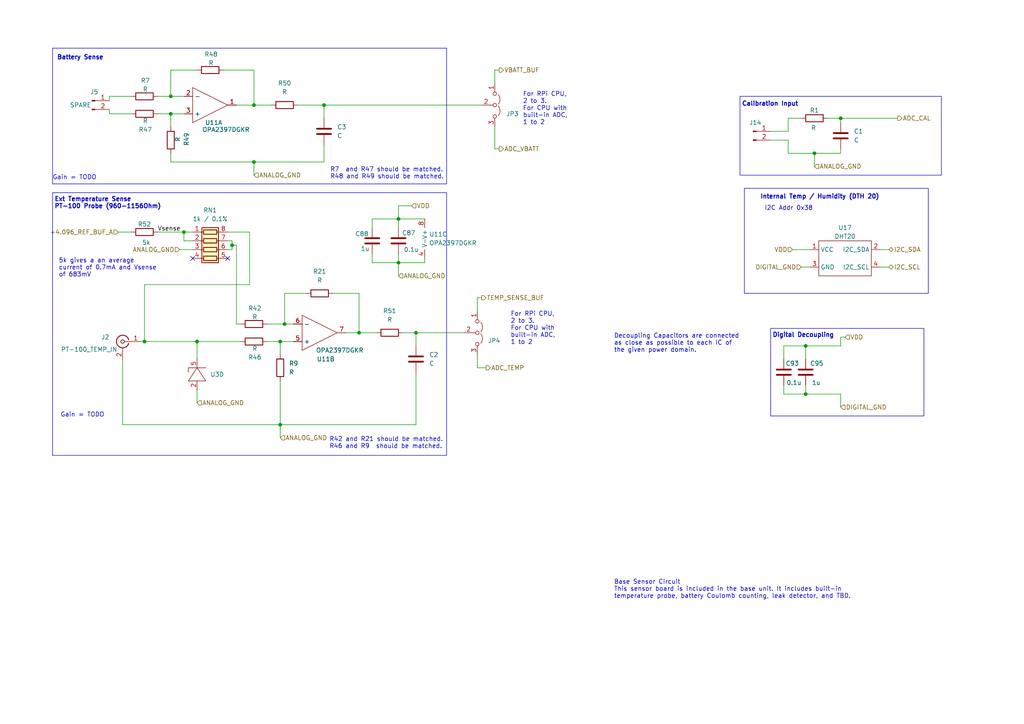
<source format=kicad_sch>
(kicad_sch (version 20231120) (generator "eeschema") (generator_version "8.0")
  (paper "A4")
  (lib_symbols
    (symbol "AndrewAdditions:DHT20"
      (property "Reference" "U" (at -7.112 8.382 0))
      (property "Value" "DHT20" (at 0 0 0))
      (symbol "DHT20_0_1"
        (rectangle (start -7.62 5.08) (end 7.62 -5.08))
      )
      (symbol "DHT20_1_0"
        (pin power_in line (at -10.16 2.54 0) (length 2.54) (name "VCC") (number "1"))
        (pin input line (at 10.16 2.54 180) (length 2.54) (name "I2C_SDA") (number "2"))
        (pin power_in line (at -10.16 -2.54 0) (length 2.54) (name "GND") (number "3"))
        (pin input line (at 10.16 -2.54 180) (length 2.54) (name "I2C_SCL") (number "4"))
      )
    )
    (symbol "AndrewAdditions:sda5v3sc6_split"
      (property "Reference" "U" (at -2.794 3.302 0))
      (property "Value" "ESDA5V3SC5" (at 0 -2.54 0))
      (symbol "sda5v3sc6_split_0_1"
        (polyline (pts (xy -2.54 0) (xy -2.54 1.27) (xy 2.54 1.27)))
        (polyline (pts (xy 0 1.27) (xy -2.54 -2.54) (xy 2.54 -2.54) (xy 0 1.27)))
        (pin passive line (at 0 -5.08 90) (length 2.54) (name "") (number "2"))
      )
      (symbol "sda5v3sc6_split_1_1"
        (pin passive line (at 0 3.81 270) (length 2.54) (name "") (number "1"))
      )
      (symbol "sda5v3sc6_split_2_1"
        (pin passive line (at 0 3.81 270) (length 2.54) (name "") (number "3"))
      )
      (symbol "sda5v3sc6_split_3_1"
        (pin passive line (at 0 3.81 270) (length 2.54) (name "") (number "4"))
      )
      (symbol "sda5v3sc6_split_4_1"
        (pin passive line (at 0 3.81 270) (length 2.54) (name "") (number "5"))
      )
    )
    (symbol "Connector:Conn_01x02_Pin" (pin_names (offset 1.016) hide)
      (property "Reference" "J" (at 0 2.54 0))
      (property "Value" "Conn_01x02_Pin" (at 0 -5.08 0))
      (symbol "Conn_01x02_Pin_1_1"
        (polyline (pts (xy 1.27 -2.54) (xy 0.8636 -2.54)) (stroke (width 0.1524)))
        (polyline (pts (xy 1.27 0) (xy 0.8636 0)) (stroke (width 0.1524)))
        (rectangle (start 0.8636 -2.413) (end 0 -2.667) (stroke (width 0.1524)) (fill (type outline)))
        (rectangle (start 0.8636 0.127) (end 0 -0.127) (stroke (width 0.1524)) (fill (type outline)))
        (pin passive line (at 5.08 0 180) (length 3.81) (name "Pin_1") (number "1"))
        (pin passive line (at 5.08 -2.54 180) (length 3.81) (name "Pin_2") (number "2"))
      )
    )
    (symbol "Connector:Conn_Coaxial" (pin_names (offset 1.016) hide)
      (property "Reference" "J" (at 0.254 3.048 0))
      (property "Value" "Conn_Coaxial" (at 2.921 0 90))
      (symbol "Conn_Coaxial_0_1"
        (arc (start -1.778 -0.508) (mid 0.2311 -1.8066) (end 1.778 0) (stroke (width 0.254)))
        (polyline (pts (xy -2.54 0) (xy -0.508 0)))
        (polyline (pts (xy 0 -2.54) (xy 0 -1.778)))
        (circle (center 0 0) (radius 0.508) (stroke (width 0.2032)))
        (arc (start 1.778 0) (mid 0.2099 1.8101) (end -1.778 0.508) (stroke (width 0.254)))
      )
      (symbol "Conn_Coaxial_1_1"
        (pin passive line (at -5.08 0 0) (length 2.54) (name "In") (number "1"))
        (pin passive line (at 0 -5.08 90) (length 2.54) (name "Ext") (number "2"))
      )
    )
    (symbol "Device:C" (pin_numbers hide) (pin_names (offset 0.254))
      (property "Reference" "C" (at 0.635 2.54 0))
      (property "Value" "C" (at 0.635 -2.54 0))
      (symbol "C_0_1"
        (polyline (pts (xy -2.032 -0.762) (xy 2.032 -0.762)) (stroke (width 0.508)))
        (polyline (pts (xy -2.032 0.762) (xy 2.032 0.762)) (stroke (width 0.508)))
      )
      (symbol "C_1_1"
        (pin passive line (at 0 3.81 270) (length 2.794) (name "~") (number "1"))
        (pin passive line (at 0 -3.81 90) (length 2.794) (name "~") (number "2"))
      )
    )
    (symbol "Device:R" (pin_numbers hide) (pin_names (offset 0))
      (property "Reference" "R" (at 2.032 0 90))
      (property "Value" "R" (at 0 0 90))
      (symbol "R_0_1"
        (rectangle (start -1.016 -2.54) (end 1.016 2.54) (stroke (width 0.254)))
      )
      (symbol "R_1_1"
        (pin passive line (at 0 3.81 270) (length 1.27) (name "~") (number "1"))
        (pin passive line (at 0 -3.81 90) (length 1.27) (name "~") (number "2"))
      )
    )
    (symbol "Device:R_Pack04" (pin_names (offset 0) hide)
      (property "Reference" "RN" (at -7.62 0 90))
      (property "Value" "R_Pack04" (at 5.08 0 90))
      (symbol "R_Pack04_0_1"
        (rectangle (start -6.35 -2.413) (end 3.81 2.413) (stroke (width 0.254)) (fill (type background)))
        (rectangle (start -5.715 1.905) (end -4.445 -1.905) (stroke (width 0.254)))
        (rectangle (start -3.175 1.905) (end -1.905 -1.905) (stroke (width 0.254)))
        (rectangle (start -0.635 1.905) (end 0.635 -1.905) (stroke (width 0.254)))
        (polyline (pts (xy -5.08 -2.54) (xy -5.08 -1.905)))
        (polyline (pts (xy -5.08 1.905) (xy -5.08 2.54)))
        (polyline (pts (xy -2.54 -2.54) (xy -2.54 -1.905)))
        (polyline (pts (xy -2.54 1.905) (xy -2.54 2.54)))
        (polyline (pts (xy 0 -2.54) (xy 0 -1.905)))
        (polyline (pts (xy 0 1.905) (xy 0 2.54)))
        (polyline (pts (xy 2.54 -2.54) (xy 2.54 -1.905)))
        (polyline (pts (xy 2.54 1.905) (xy 2.54 2.54)))
        (rectangle (start 1.905 1.905) (end 3.175 -1.905) (stroke (width 0.254)))
      )
      (symbol "R_Pack04_1_1"
        (pin passive line (at -5.08 -5.08 90) (length 2.54) (name "R1.1") (number "1"))
        (pin passive line (at -2.54 -5.08 90) (length 2.54) (name "R2.1") (number "2"))
        (pin passive line (at 0 -5.08 90) (length 2.54) (name "R3.1") (number "3"))
        (pin passive line (at 2.54 -5.08 90) (length 2.54) (name "R4.1") (number "4"))
        (pin passive line (at 2.54 5.08 270) (length 2.54) (name "R4.2") (number "5"))
        (pin passive line (at 0 5.08 270) (length 2.54) (name "R3.2") (number "6"))
        (pin passive line (at -2.54 5.08 270) (length 2.54) (name "R2.2") (number "7"))
        (pin passive line (at -5.08 5.08 270) (length 2.54) (name "R1.2") (number "8"))
      )
    )
    (symbol "Jumper:Jumper_3_Open" (pin_names (offset 0) hide) (exclude_from_sim yes) (in_bom no)
      (property "Reference" "JP" (at -2.54 -2.54 0))
      (property "Value" "Jumper_3_Open" (at 0 2.794 0))
      (symbol "Jumper_3_Open_0_0"
        (circle (center -3.302 0) (radius 0.508))
        (circle (center 0 0) (radius 0.508))
        (circle (center 3.302 0) (radius 0.508))
      )
      (symbol "Jumper_3_Open_0_1"
        (arc (start -0.254 1.016) (mid -1.651 1.4992) (end -3.048 1.016))
        (polyline (pts (xy 0 -0.508) (xy 0 -1.27)))
        (arc (start 3.048 1.016) (mid 1.651 1.4992) (end 0.254 1.016))
      )
      (symbol "Jumper_3_Open_1_1"
        (pin passive line (at -6.35 0 0) (length 2.54) (name "A") (number "1"))
        (pin passive line (at 0 -3.81 90) (length 2.54) (name "C") (number "2"))
        (pin passive line (at 6.35 0 180) (length 2.54) (name "B") (number "3"))
      )
    )
    (symbol "Op-Amp-Extended:OPA2397DR"
      (property "Reference" "U" (at -4.318 9.144 0))
      (property "Value" "OPA2397DGKR" (at 2.032 7.112 0))
      (symbol "OPA2397DR_1_0"
        (pin output line (at 10.16 0 180) (length 2.54) (name "") (number "1"))
        (pin input line (at -5.08 -2.54 0) (length 2.54) (name "-") (number "2"))
        (pin input line (at -5.08 2.54 0) (length 2.54) (name "+") (number "3"))
      )
      (symbol "OPA2397DR_1_1"
        (polyline (pts (xy -2.54 5.08) (xy -2.54 -5.08) (xy 7.62 0) (xy -2.54 5.08)))
      )
      (symbol "OPA2397DR_2_0"
        (pin input line (at -5.08 2.54 0) (length 2.54) (name "+") (number "5"))
        (pin input line (at -5.08 -2.54 0) (length 2.54) (name "-") (number "6"))
        (pin output line (at 10.16 0 180) (length 2.54) (name "") (number "7"))
      )
      (symbol "OPA2397DR_2_1"
        (polyline (pts (xy -2.54 5.08) (xy -2.54 -5.08) (xy 7.62 0) (xy -2.54 5.08)))
      )
      (symbol "OPA2397DR_3_0"
        (pin power_in line (at 0 -6.35 90) (length 2.54) (name "V-") (number "4"))
        (pin power_in line (at 0 5.08 270) (length 2.54) (name "V+") (number "8"))
      )
    )
  )
  (junction (at 233.68 100.33))
  (junction (at 81.28 99.06))
  (junction (at 49.53 33.02))
  (junction (at 104.14 96.52))
  (junction (at 49.53 27.94))
  (junction (at 236.22 44.45))
  (junction (at 120.65 96.52))
  (junction (at 73.66 30.48))
  (junction (at 41.91 99.06))
  (junction (at 233.68 114.3))
  (junction (at 115.57 63.5))
  (junction (at 243.84 34.29))
  (junction (at 82.55 93.98))
  (junction (at 115.57 76.2))
  (junction (at 81.28 123.19))
  (junction (at 67.31 71.12))
  (junction (at 73.66 46.99))
  (junction (at 53.34 67.31))
  (junction (at 57.15 99.06))
  (junction (at 93.98 30.48))
  (no_connect (at 55.88 74.93))
  (no_connect (at 66.04 74.93))
  (wire (pts (xy 66.04 69.85) (xy 67.31 69.85)))
  (wire (pts (xy 67.31 71.12) (xy 67.31 72.39)))
  (wire (pts (xy 67.31 72.39) (xy 66.04 72.39)))
  (wire (pts (xy 243.84 44.45) (xy 243.84 43.18)))
  (wire (pts (xy 115.57 63.5) (xy 115.57 66.04)))
  (wire (pts (xy 49.53 20.32) (xy 49.53 27.94)))
  (wire (pts (xy 107.95 66.04) (xy 107.95 63.5)))
  (wire (pts (xy 120.65 107.95) (xy 120.65 123.19)))
  (wire (pts (xy 138.43 86.36) (xy 139.7 86.36)))
  (wire (pts (xy 64.77 20.32) (xy 73.66 20.32)))
  (wire (pts (xy 68.58 71.12) (xy 68.58 93.98)))
  (wire (pts (xy 68.58 93.98) (xy 69.85 93.98)))
  (wire (pts (xy 245.11 97.79) (xy 243.84 97.79)))
  (wire (pts (xy 228.6 34.29) (xy 232.41 34.29)))
  (wire (pts (xy 53.34 69.85) (xy 53.34 67.31)))
  (wire (pts (xy 227.33 100.33) (xy 227.33 104.14)))
  (wire (pts (xy 40.64 99.06) (xy 41.91 99.06)))
  (wire (pts (xy 73.66 46.99) (xy 93.98 46.99)))
  (wire (pts (xy 41.91 82.55) (xy 72.39 82.55)))
  (wire (pts (xy 45.72 27.94) (xy 49.53 27.94)))
  (wire (pts (xy 72.39 67.31) (xy 66.04 67.31)))
  (wire (pts (xy 243.84 34.29) (xy 260.35 34.29)))
  (wire (pts (xy 233.68 111.76) (xy 233.68 114.3)))
  (wire (pts (xy 143.51 24.13) (xy 143.51 20.32)))
  (wire (pts (xy 143.51 20.32) (xy 144.78 20.32)))
  (wire (pts (xy 77.47 99.06) (xy 81.28 99.06)))
  (wire (pts (xy 138.43 86.36) (xy 138.43 90.17)))
  (wire (pts (xy 41.91 99.06) (xy 41.91 82.55)))
  (wire (pts (xy 243.84 118.11) (xy 243.84 114.3)))
  (wire (pts (xy 57.15 99.06) (xy 57.15 104.14)))
  (wire (pts (xy 31.75 33.02) (xy 38.1 33.02)))
  (wire (pts (xy 49.53 33.02) (xy 49.53 36.83)))
  (wire (pts (xy 31.75 27.94) (xy 38.1 27.94)))
  (wire (pts (xy 77.47 93.98) (xy 82.55 93.98)))
  (wire (pts (xy 93.98 41.91) (xy 93.98 46.99)))
  (wire (pts (xy 228.6 40.64) (xy 223.52 40.64)))
  (wire (pts (xy 49.53 33.02) (xy 53.34 33.02)))
  (wire (pts (xy 123.19 76.2) (xy 123.19 74.93)))
  (wire (pts (xy 236.22 44.45) (xy 243.84 44.45)))
  (wire (pts (xy 104.14 96.52) (xy 100.33 96.52)))
  (wire (pts (xy 93.98 34.29) (xy 93.98 30.48)))
  (wire (pts (xy 93.98 30.48) (xy 139.7 30.48)))
  (wire (pts (xy 81.28 110.49) (xy 81.28 123.19)))
  (wire (pts (xy 229.87 72.39) (xy 234.95 72.39)))
  (wire (pts (xy 49.53 27.94) (xy 53.34 27.94)))
  (wire (pts (xy 73.66 30.48) (xy 68.58 30.48)))
  (wire (pts (xy 115.57 76.2) (xy 115.57 73.66)))
  (wire (pts (xy 81.28 123.19) (xy 81.28 127)))
  (wire (pts (xy 236.22 44.45) (xy 236.22 48.26)))
  (wire (pts (xy 120.65 96.52) (xy 120.65 100.33)))
  (wire (pts (xy 35.56 104.14) (xy 35.56 123.19)))
  (wire (pts (xy 45.72 33.02) (xy 49.53 33.02)))
  (wire (pts (xy 138.43 106.68) (xy 140.97 106.68)))
  (wire (pts (xy 73.66 46.99) (xy 49.53 46.99)))
  (wire (pts (xy 107.95 73.66) (xy 107.95 76.2)))
  (wire (pts (xy 41.91 99.06) (xy 57.15 99.06)))
  (wire (pts (xy 223.52 38.1) (xy 228.6 38.1)))
  (wire (pts (xy 233.68 100.33) (xy 233.68 104.14)))
  (wire (pts (xy 227.33 114.3) (xy 227.33 111.76)))
  (wire (pts (xy 119.38 59.69) (xy 115.57 59.69)))
  (wire (pts (xy 107.95 76.2) (xy 115.57 76.2)))
  (wire (pts (xy 67.31 69.85) (xy 67.31 71.12)))
  (wire (pts (xy 243.84 34.29) (xy 243.84 35.56)))
  (wire (pts (xy 73.66 46.99) (xy 73.66 50.8)))
  (wire (pts (xy 31.75 27.94) (xy 31.75 29.21)))
  (wire (pts (xy 227.33 114.3) (xy 233.68 114.3)))
  (wire (pts (xy 34.29 67.31) (xy 38.1 67.31)))
  (wire (pts (xy 82.55 93.98) (xy 82.55 85.09)))
  (wire (pts (xy 49.53 44.45) (xy 49.53 46.99)))
  (wire (pts (xy 57.15 113.03) (xy 57.15 116.84)))
  (wire (pts (xy 115.57 76.2) (xy 123.19 76.2)))
  (wire (pts (xy 255.27 72.39) (xy 257.81 72.39)))
  (wire (pts (xy 86.36 30.48) (xy 93.98 30.48)))
  (wire (pts (xy 53.34 67.31) (xy 55.88 67.31)))
  (wire (pts (xy 243.84 97.79) (xy 243.84 100.33)))
  (wire (pts (xy 227.33 100.33) (xy 233.68 100.33)))
  (wire (pts (xy 233.68 100.33) (xy 243.84 100.33)))
  (wire (pts (xy 240.03 34.29) (xy 243.84 34.29)))
  (wire (pts (xy 67.31 71.12) (xy 68.58 71.12)))
  (wire (pts (xy 120.65 123.19) (xy 81.28 123.19)))
  (wire (pts (xy 96.52 85.09) (xy 104.14 85.09)))
  (wire (pts (xy 115.57 80.01) (xy 115.57 76.2)))
  (wire (pts (xy 82.55 85.09) (xy 88.9 85.09)))
  (wire (pts (xy 72.39 82.55) (xy 72.39 67.31)))
  (wire (pts (xy 57.15 99.06) (xy 69.85 99.06)))
  (wire (pts (xy 255.27 77.47) (xy 257.81 77.47)))
  (wire (pts (xy 81.28 99.06) (xy 81.28 102.87)))
  (wire (pts (xy 45.72 67.31) (xy 53.34 67.31)))
  (wire (pts (xy 228.6 38.1) (xy 228.6 34.29)))
  (wire (pts (xy 228.6 40.64) (xy 228.6 44.45)))
  (wire (pts (xy 57.15 20.32) (xy 49.53 20.32)))
  (wire (pts (xy 232.41 77.47) (xy 234.95 77.47)))
  (wire (pts (xy 120.65 96.52) (xy 116.84 96.52)))
  (wire (pts (xy 143.51 43.18) (xy 144.78 43.18)))
  (wire (pts (xy 104.14 85.09) (xy 104.14 96.52)))
  (wire (pts (xy 73.66 20.32) (xy 73.66 30.48)))
  (wire (pts (xy 228.6 44.45) (xy 236.22 44.45)))
  (wire (pts (xy 233.68 114.3) (xy 243.84 114.3)))
  (wire (pts (xy 78.74 30.48) (xy 73.66 30.48)))
  (wire (pts (xy 115.57 63.5) (xy 123.19 63.5)))
  (wire (pts (xy 82.55 93.98) (xy 85.09 93.98)))
  (wire (pts (xy 55.88 69.85) (xy 53.34 69.85)))
  (wire (pts (xy 104.14 96.52) (xy 109.22 96.52)))
  (wire (pts (xy 52.07 72.39) (xy 55.88 72.39)))
  (wire (pts (xy 138.43 106.68) (xy 138.43 102.87)))
  (wire (pts (xy 81.28 99.06) (xy 85.09 99.06)))
  (wire (pts (xy 143.51 36.83) (xy 143.51 43.18)))
  (wire (pts (xy 120.65 96.52) (xy 134.62 96.52)))
  (wire (pts (xy 35.56 123.19) (xy 81.28 123.19)))
  (wire (pts (xy 115.57 59.69) (xy 115.57 63.5)))
  (wire (pts (xy 107.95 63.5) (xy 115.57 63.5)))
  (wire (pts (xy 31.75 33.02) (xy 31.75 31.75)))
  (rectangle (start 15.24 13.97) (end 129.54 53.34))
  (rectangle (start 214.63 27.94) (end 273.05 50.8))
  (rectangle (start 223.52 95.25) (end 267.97 120.65))
  (rectangle (start 215.9 54.61) (end 269.24 85.09))
  (rectangle (start 15.24 55.88) (end 129.54 132.08))
  (text "Battery Sense" (at 16.51 16.764 0) (effects (font (size 1.27 1.27) (thickness 0.254) (bold yes)) (justify left)))
  (text "Decoupling Capacitors are connected\nas close as possible to each IC of\nthe given power domain." (at 178.054 99.568 0) (effects (font (size 1.27 1.27) (thickness 0.1588)) (justify left)))
  (text "I2C Addr 0x38" (at 221.742 60.452 0) (effects (font (size 1.27 1.27)) (justify left)))
  (text "Calibration Input" (at 215.138 30.226 0) (effects (font (size 1.27 1.27) (thickness 0.254) (bold yes)) (justify left)))
  (text "For RPi CPU, \n2 to 3.\nFor CPU with \nbuilt-in ADC, \n1 to 2" (at 148.082 95.25 0) (effects (font (size 1.27 1.27)) (justify left)))
  (text "Gain = TODO" (at 17.526 120.396 0) (effects (font (size 1.27 1.27)) (justify left)))
  (text "For RPi CPU, \n2 to 3.\nFor CPU with \nbuilt-in ADC, \n1 to 2" (at 151.638 31.496 0) (effects (font (size 1.27 1.27)) (justify left)))
  (text "Digital Decoupling\n" (at 224.028 97.282 0) (effects (font (size 1.27 1.27) (thickness 0.254) (bold yes)) (justify left)))
  (text "Gain = TODO" (at 15.24 51.562 0) (effects (font (size 1.27 1.27)) (justify left)))
  (text "Base Sensor Circuit\nThis sensor board is included in the base unit. It includes built-in \ntemperature probe, battery Coulomb counting, leak detector, and TBD." (at 178.054 170.942 0) (effects (font (size 1.27 1.27)) (justify left)))
  (text "Internal Temp / Humidity (DTH 20)" (at 220.472 57.15 0) (effects (font (size 1.27 1.27) (thickness 0.254) (bold yes)) (justify left)))
  (text "Ext Temperature Sense\nPT-100 Probe (960-1156Ohm)" (at 15.748 58.928 0) (effects (font (size 1.27 1.27) (thickness 0.254) (bold yes)) (justify left)))
  (text "R42 and R21 should be matched.\nR46 and R9  should be matched." (at 95.504 128.524 0) (effects (font (size 1.27 1.27)) (justify left)))
  (text "R7  and R47 should be matched.\nR48 and R49 should be matched." (at 95.758 50.292 0) (effects (font (size 1.27 1.27)) (justify left)))
  (text "5k gives a an average\ncurrent of 0.7mA and Vsense\nof 683mV" (at 17.018 77.724 0) (effects (font (size 1.27 1.27) (thickness 0.1588)) (justify left)))
  (label "Vsense" (at 45.72 67.31 0))
  (hierarchical_label "VDD" (shape input) (at 229.87 72.39 180))
  (hierarchical_label "I2C_SDA" (shape bidirectional) (at 257.81 72.39 0))
  (hierarchical_label "DIGITAL_GND" (shape input) (at 243.84 118.11 0))
  (hierarchical_label "TEMP_SENSE_BUF" (shape output) (at 139.7 86.36 0))
  (hierarchical_label "DIGITAL_GND" (shape input) (at 232.41 77.47 180))
  (hierarchical_label "ANALOG_GND" (shape input) (at 52.07 72.39 180))
  (hierarchical_label "ADC_CAL" (shape output) (at 260.35 34.29 0))
  (hierarchical_label "ADC_TEMP" (shape output) (at 140.97 106.68 0))
  (hierarchical_label "VDD" (shape input) (at 119.38 59.69 0))
  (hierarchical_label "ANALOG_GND" (shape input) (at 81.28 127 0))
  (hierarchical_label "ANALOG_GND" (shape input) (at 236.22 48.26 0))
  (hierarchical_label "I2C_SCL" (shape bidirectional) (at 257.81 77.47 0))
  (hierarchical_label "+4.096_REF_BUF_A" (shape input) (at 34.29 67.31 180))
  (hierarchical_label "VBATT_BUF" (shape output) (at 144.78 20.32 0))
  (hierarchical_label "ANALOG_GND" (shape input) (at 115.57 80.01 0))
  (hierarchical_label "VDD" (shape input) (at 245.11 97.79 0))
  (hierarchical_label "ANALOG_GND" (shape input) (at 57.15 116.84 0))
  (hierarchical_label "ADC_VBATT" (shape output) (at 144.78 43.18 0))
  (hierarchical_label "ANALOG_GND" (shape input) (at 73.66 50.8 0))
  (symbol (lib_id "Device:R") (at 113.03 96.52 90) (unit 1)
    (property "Reference" "R51" (at 113.03 90.17 90))
    (property "Value" "R" (at 113.03 92.71 90))
    (property "Footprint" "Resistor_SMD:R_1210_3225Metric_Pad1.30x2.65mm_HandSolder" (effects (hide yes)))
    (property "Description" "Resistor" (effects (hide yes)))
  )
  (symbol (lib_id "Device:R") (at 82.55 30.48 90) (unit 1)
    (property "Reference" "R50" (at 82.55 24.13 90))
    (property "Value" "R" (at 82.55 26.67 90))
    (property "Footprint" "Resistor_SMD:R_1210_3225Metric_Pad1.30x2.65mm_HandSolder" (effects (hide yes)))
    (property "Description" "Resistor" (effects (hide yes)))
  )
  (symbol (lib_id "Device:C") (at 227.33 107.95 0) (unit 1)
    (property "Reference" "C93" (at 227.838 105.41 0) (effects (justify left)))
    (property "Value" "0.1u" (at 228.092 110.998 0) (effects (justify left)))
    (property "Footprint" "Capacitor_SMD:C_1210_3225Metric_Pad1.33x2.70mm_HandSolder" (effects (hide yes)))
    (property "Description" "Unpolarized capacitor" (effects (hide yes)))
  )
  (symbol (lib_id "Device:R") (at 60.96 20.32 90) (unit 1)
    (property "Reference" "R48" (at 61.214 15.748 90))
    (property "Value" "R" (at 61.214 18.288 90))
    (property "Footprint" "Resistor_SMD:R_1210_3225Metric_Pad1.30x2.65mm_HandSolder" (effects (hide yes)))
    (property "Description" "Resistor" (effects (hide yes)))
  )
  (symbol (lib_id "Op-Amp-Extended:OPA2397DR") (at 90.17 96.52 0) (mirror x) (unit 2)
    (property "Reference" "U11" (at 94.488 104.14 0))
    (property "Value" "OPA2397DGKR" (at 98.552 101.6 0))
    (property "Footprint" "Package_SO:SOIC-8_3.9x4.9mm_P1.27mm" (effects (hide yes)))
    (property "Datasheet" "https://www.ti.com/lit/ds/symlink/opa397.pdf?ts=1748528678280&ref_url=https%253A%252F%252Fwww.ti.com%252Fproduct%252FOPA397" (effects (hide yes)))
    (property "Description" "Precision, Low-Offset-Voltage, Low-Noise, Low-Input-Bias-Current, Rail-to-Rail I/O, e-trim™ Operational Amplifiers" (effects (hide yes)))
  )
  (symbol (lib_id "Device:R") (at 41.91 67.31 90) (unit 1)
    (property "Reference" "R52" (at 41.91 65.024 90))
    (property "Value" "5k" (at 42.418 70.358 90))
    (property "Footprint" "Resistor_SMD:R_1210_3225Metric_Pad1.30x2.65mm_HandSolder" (effects (hide yes)))
    (property "Description" "Resistor" (effects (hide yes)))
  )
  (symbol (lib_id "Device:R") (at 73.66 99.06 90) (mirror x) (unit 1)
    (property "Reference" "R46" (at 73.914 103.632 90))
    (property "Value" "R" (at 73.914 101.092 90))
    (property "Footprint" "Resistor_SMD:R_1210_3225Metric_Pad1.30x2.65mm_HandSolder" (effects (hide yes)))
    (property "Description" "Resistor" (effects (hide yes)))
  )
  (symbol (lib_id "Connector:Conn_01x02_Pin") (at 26.67 29.21 0) (unit 1)
    (property "Reference" "J5" (at 27.305 26.67 0))
    (property "Value" "SPARE" (at 23.368 30.48 0))
    (property "Footprint" "Connector_PinHeader_2.54mm:PinHeader_1x02_P2.54mm_Vertical_SMD_Pin1Left" (effects (hide yes)))
    (property "Description" "Generic connector, single row, 01x02, script generated" (effects (hide yes)))
  )
  (symbol (lib_id "Op-Amp-Extended:OPA2397DR") (at 58.42 30.48 0) (mirror x) (unit 1)
    (property "Reference" "U11" (at 61.976 35.56 0))
    (property "Value" "OPA2397DGKR" (at 65.532 37.592 0))
    (property "Footprint" "Package_SO:SOIC-8_3.9x4.9mm_P1.27mm" (effects (hide yes)))
    (property "Datasheet" "https://www.ti.com/lit/ds/symlink/opa397.pdf?ts=1748528678280&ref_url=https%253A%252F%252Fwww.ti.com%252Fproduct%252FOPA397" (effects (hide yes)))
    (property "Description" "Precision, Low-Offset-Voltage, Low-Noise, Low-Input-Bias-Current, Rail-to-Rail I/O, e-trim™ Operational Amplifiers" (effects (hide yes)))
  )
  (symbol (lib_id "Device:C") (at 107.95 69.85 0) (mirror y) (unit 1)
    (property "Reference" "C88" (at 106.934 67.818 0) (effects (justify left)))
    (property "Value" "1u" (at 107.188 72.136 0) (effects (justify left)))
    (property "Footprint" "Capacitor_SMD:C_1210_3225Metric_Pad1.33x2.70mm_HandSolder" (effects (hide yes)))
    (property "Description" "Unpolarized capacitor" (effects (hide yes)))
  )
  (symbol (lib_id "Device:R") (at 41.91 33.02 90) (mirror x) (unit 1)
    (property "Reference" "R47" (at 42.164 37.592 90))
    (property "Value" "R" (at 42.164 35.052 90))
    (property "Footprint" "Resistor_SMD:R_1210_3225Metric_Pad1.30x2.65mm_HandSolder" (effects (hide yes)))
    (property "Description" "Resistor" (effects (hide yes)))
  )
  (symbol (lib_id "Device:R") (at 81.28 106.68 180) (unit 1)
    (property "Reference" "R9" (at 83.82 105.4099 0) (effects (justify right)))
    (property "Value" "R" (at 83.82 107.9499 0) (effects (justify right)))
    (property "Footprint" "Resistor_SMD:R_1210_3225Metric_Pad1.30x2.65mm_HandSolder" (effects (hide yes)))
    (property "Description" "Resistor" (effects (hide yes)))
  )
  (symbol (lib_id "Connector:Conn_01x02_Pin") (at 218.44 38.1 0) (unit 1)
    (property "Reference" "J14" (at 219.075 35.56 0))
    (property "Value" "Calibration_In" (effects (hide yes)))
    (property "Footprint" "Connector_PinHeader_2.54mm:PinHeader_1x02_P2.54mm_Vertical_SMD_Pin1Left" (effects (hide yes)))
    (property "Description" "Generic connector, single row, 01x02, script generated" (effects (hide yes)))
  )
  (symbol (lib_id "AndrewAdditions:sda5v3sc6_split") (at 57.15 107.95 0) (unit 4)
    (property "Reference" "U3" (at 60.96 108.5849 0) (effects (justify left)))
    (property "Value" "ESDA5V3SC5" (effects (hide yes)))
    (property "Footprint" "Package_TO_SOT_SMD:SOT-23-5" (effects (hide yes)))
    (property "Datasheet" "https://www.st.com/resource/en/datasheet/esda5v3sc6.pdf" (effects (hide yes)))
    (property "Description" "Quad TVS Diode Array, 5.3V Standoff, 4 Channels, 400W, ±30kV, SOT-23-5 Keywords: usb esd protection suppression transient" (effects (hide yes)))
  )
  (symbol (lib_id "Device:R") (at 73.66 93.98 90) (unit 1)
    (property "Reference" "R42" (at 73.914 89.408 90))
    (property "Value" "R" (at 73.914 91.948 90))
    (property "Footprint" "Resistor_SMD:R_1210_3225Metric_Pad1.30x2.65mm_HandSolder" (effects (hide yes)))
    (property "Description" "Resistor" (effects (hide yes)))
  )
  (symbol (lib_id "Device:C") (at 93.98 38.1 0) (unit 1)
    (property "Reference" "C3" (at 97.79 36.8299 0) (effects (justify left)))
    (property "Value" "C" (at 97.79 39.3699 0) (effects (justify left)))
    (property "Footprint" "Capacitor_SMD:C_1210_3225Metric_Pad1.33x2.70mm_HandSolder" (effects (hide yes)))
    (property "Description" "Unpolarized capacitor" (effects (hide yes)))
  )
  (symbol (lib_id "Jumper:Jumper_3_Open") (at 143.51 30.48 270) (unit 1) (exclude_from_sim yes) (in_bom no)
    (property "Reference" "JP3" (at 146.812 33.02 90) (effects (justify left)))
    (property "Value" "RPi_Batt" (effects (hide yes)))
    (property "Footprint" "Connector_PinHeader_2.54mm:PinHeader_1x03_P2.54mm_Vertical_SMD_Pin1Left" (effects (hide yes)))
    (property "Description" "Jumper, 3-pole, both open" (effects (hide yes)))
  )
  (symbol (lib_id "Device:C") (at 243.84 39.37 0) (unit 1)
    (property "Reference" "C1" (at 247.65 38.0999 0) (effects (justify left)))
    (property "Value" "C" (at 247.65 40.6399 0) (effects (justify left)))
    (property "Footprint" "Capacitor_SMD:C_1210_3225Metric_Pad1.33x2.70mm_HandSolder" (effects (hide yes)))
    (property "Description" "Unpolarized capacitor" (effects (hide yes)))
  )
  (symbol (lib_id "Device:R_Pack04") (at 60.96 72.39 270) (unit 1)
    (property "Reference" "RN1" (at 60.96 60.96 90))
    (property "Value" "1k / 0.1%" (at 60.96 63.5 90))
    (property "Footprint" "Resistor_SMD:R_Array_Concave_4x0603" (effects (hide yes)))
    (property "Datasheet" "https://www.vishay.com/docs/28770/acasat.pdf" (effects (hide yes)))
    (property "Description" "4 resistor network, parallel topology" (effects (hide yes)))
  )
  (symbol (lib_id "Device:R") (at 49.53 40.64 0) (mirror x) (unit 1)
    (property "Reference" "R49" (at 54.102 40.386 90))
    (property "Value" "R" (at 51.562 40.386 90))
    (property "Footprint" "Resistor_SMD:R_1210_3225Metric_Pad1.30x2.65mm_HandSolder" (effects (hide yes)))
    (property "Description" "Resistor" (effects (hide yes)))
  )
  (symbol (lib_id "Device:C") (at 115.57 69.85 0) (unit 1)
    (property "Reference" "C87" (at 116.586 67.564 0) (effects (justify left)))
    (property "Value" "0.1u" (at 117.094 72.39 0) (effects (justify left)))
    (property "Footprint" "Capacitor_SMD:C_1210_3225Metric_Pad1.33x2.70mm_HandSolder" (effects (hide yes)))
    (property "Description" "Unpolarized capacitor" (effects (hide yes)))
  )
  (symbol (lib_id "AndrewAdditions:DHT20") (at 245.11 74.93 0) (unit 1)
    (property "Reference" "U17" (at 245.11 66.04 0))
    (property "Value" "DHT20" (at 245.11 68.58 0))
    (property "Footprint" "Connector_PinSocket_2.54mm:PinSocket_1x04_P2.54mm_Vertical_SMD_Pin1Left" (effects (hide yes)))
    (property "Datasheet" "https://www.adafruit.com/product/5183" (effects (hide yes)))
  )
  (symbol (lib_id "Op-Amp-Extended:OPA2397DR") (at 123.19 68.58 0) (unit 3)
    (property "Reference" "U11" (at 124.46 67.9449 0) (effects (justify left)))
    (property "Value" "OPA2397DGKR" (at 124.46 70.4849 0) (effects (justify left)))
    (property "Footprint" "Package_SO:SOIC-8_3.9x4.9mm_P1.27mm" (effects (hide yes)))
    (property "Datasheet" "https://www.ti.com/lit/ds/symlink/opa397.pdf?ts=1748528678280&ref_url=https%253A%252F%252Fwww.ti.com%252Fproduct%252FOPA397" (effects (hide yes)))
    (property "Description" "Precision, Low-Offset-Voltage, Low-Noise, Low-Input-Bias-Current, Rail-to-Rail I/O, e-trim™ Operational Amplifiers" (effects (hide yes)))
  )
  (symbol (lib_id "Connector:Conn_Coaxial") (at 35.56 99.06 0) (mirror y) (unit 1)
    (property "Reference" "J2" (at 31.75 97.79 0) (effects (justify left)))
    (property "Value" "PT-100_TEMP_IN" (at 34.036 101.346 0) (effects (justify left)))
    (property "Footprint" "Connector_PinHeader_2.54mm:PinHeader_1x02_P2.54mm_Vertical_SMD_Pin1Left" (effects (hide yes)))
    (property "Description" "coaxial connector (BNC, SMA, SMB, SMC, Cinch/RCA, LEMO, ...)" (effects (hide yes)))
  )
  (symbol (lib_id "Device:R") (at 236.22 34.29 90) (unit 1)
    (property "Reference" "R1" (at 236.22 32.004 90))
    (property "Value" "R" (at 235.966 37.084 90))
    (property "Footprint" "Resistor_SMD:R_1210_3225Metric_Pad1.30x2.65mm_HandSolder" (effects (hide yes)))
    (property "Description" "Resistor" (effects (hide yes)))
  )
  (symbol (lib_id "Device:C") (at 120.65 104.14 0) (unit 1)
    (property "Reference" "C2" (at 124.46 102.8699 0) (effects (justify left)))
    (property "Value" "C" (at 124.46 105.4099 0) (effects (justify left)))
    (property "Footprint" "Capacitor_SMD:C_1210_3225Metric_Pad1.33x2.70mm_HandSolder" (effects (hide yes)))
    (property "Description" "Unpolarized capacitor" (effects (hide yes)))
  )
  (symbol (lib_id "Jumper:Jumper_3_Open") (at 138.43 96.52 270) (unit 1) (exclude_from_sim yes) (in_bom no)
    (property "Reference" "JP4" (at 141.478 98.806 90) (effects (justify left)))
    (property "Value" "RPi_Temp" (effects (hide yes)))
    (property "Footprint" "Connector_PinHeader_2.54mm:PinHeader_1x03_P2.54mm_Vertical_SMD_Pin1Left" (effects (hide yes)))
    (property "Description" "Jumper, 3-pole, both open" (effects (hide yes)))
  )
  (symbol (lib_id "Device:C") (at 233.68 107.95 0) (unit 1)
    (property "Reference" "C95" (at 234.95 105.41 0) (effects (justify left)))
    (property "Value" "1u" (at 235.458 110.998 0) (effects (justify left)))
    (property "Footprint" "Capacitor_SMD:C_1210_3225Metric_Pad1.33x2.70mm_HandSolder" (effects (hide yes)))
    (property "Description" "Unpolarized capacitor" (effects (hide yes)))
  )
  (symbol (lib_id "Device:R") (at 41.91 27.94 90) (unit 1)
    (property "Reference" "R7" (at 42.164 23.368 90))
    (property "Value" "R" (at 42.164 25.908 90))
    (property "Footprint" "Resistor_SMD:R_1210_3225Metric_Pad1.30x2.65mm_HandSolder" (effects (hide yes)))
    (property "Description" "Resistor" (effects (hide yes)))
  )
  (symbol (lib_id "Device:R") (at 92.71 85.09 90) (unit 1)
    (property "Reference" "R21" (at 92.71 78.74 90))
    (property "Value" "R" (at 92.71 81.28 90))
    (property "Footprint" "Resistor_SMD:R_1210_3225Metric_Pad1.30x2.65mm_HandSolder" (effects (hide yes)))
    (property "Description" "Resistor" (effects (hide yes)))
  )
)
</source>
